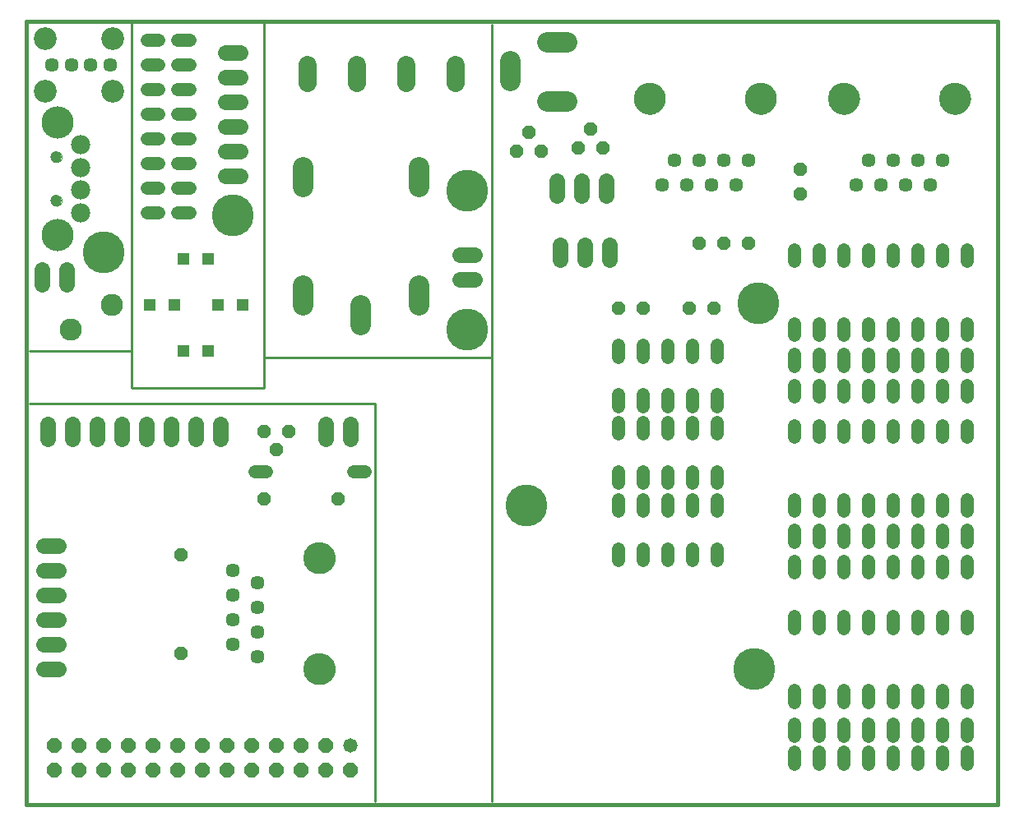
<source format=gbs>
G75*
%MOIN*%
%OFA0B0*%
%FSLAX24Y24*%
%IPPOS*%
%LPD*%
%AMOC8*
5,1,8,0,0,1.08239X$1,22.5*
%
%ADD10C,0.0160*%
%ADD11C,0.0100*%
%ADD12C,0.0571*%
%ADD13C,0.0000*%
%ADD14C,0.1288*%
%ADD15OC8,0.0520*%
%ADD16C,0.0520*%
%ADD17C,0.0640*%
%ADD18C,0.0820*%
%ADD19C,0.0745*%
%ADD20C,0.0827*%
%ADD21C,0.0580*%
%ADD22OC8,0.0580*%
%ADD23C,0.0780*%
%ADD24C,0.1306*%
%ADD25C,0.0473*%
%ADD26C,0.0926*%
%ADD27C,0.0900*%
%ADD28R,0.0512X0.0512*%
%ADD29C,0.1700*%
D10*
X005898Y000275D02*
X005898Y032021D01*
X045268Y032021D01*
X045268Y000275D01*
X005898Y000275D01*
D11*
X020023Y000400D02*
X020023Y016525D01*
X006023Y016525D01*
X006023Y018650D02*
X010148Y018650D01*
X010148Y017150D01*
X015523Y017150D01*
X015523Y018400D01*
X024773Y018400D01*
X024773Y031900D01*
X015523Y032025D02*
X015523Y018400D01*
X010148Y018650D02*
X010148Y032025D01*
X024773Y018400D02*
X024773Y000400D01*
D12*
X015273Y006275D03*
X014273Y006775D03*
X015273Y007275D03*
X014273Y007775D03*
X015273Y008275D03*
X014273Y008775D03*
X015273Y009275D03*
X014273Y009775D03*
X031648Y025400D03*
X032648Y025400D03*
X033648Y025400D03*
X034648Y025400D03*
X035148Y026400D03*
X034148Y026400D03*
X033148Y026400D03*
X032148Y026400D03*
X039523Y025400D03*
X040523Y025400D03*
X041523Y025400D03*
X042523Y025400D03*
X043023Y026400D03*
X042023Y026400D03*
X041023Y026400D03*
X040023Y026400D03*
X009297Y030275D03*
X008510Y030275D03*
X007723Y030275D03*
X006935Y030275D03*
D13*
X006892Y026536D02*
X006894Y026565D01*
X006900Y026593D01*
X006909Y026621D01*
X006922Y026647D01*
X006939Y026670D01*
X006958Y026692D01*
X006980Y026711D01*
X007005Y026726D01*
X007031Y026739D01*
X007059Y026747D01*
X007087Y026752D01*
X007116Y026753D01*
X007145Y026750D01*
X007173Y026743D01*
X007200Y026733D01*
X007226Y026719D01*
X007249Y026702D01*
X007270Y026682D01*
X007288Y026659D01*
X007303Y026634D01*
X007314Y026607D01*
X007322Y026579D01*
X007326Y026550D01*
X007326Y026522D01*
X007322Y026493D01*
X007314Y026465D01*
X007303Y026438D01*
X007288Y026413D01*
X007270Y026390D01*
X007249Y026370D01*
X007226Y026353D01*
X007200Y026339D01*
X007173Y026329D01*
X007145Y026322D01*
X007116Y026319D01*
X007087Y026320D01*
X007059Y026325D01*
X007031Y026333D01*
X007005Y026346D01*
X006980Y026361D01*
X006958Y026380D01*
X006939Y026402D01*
X006922Y026425D01*
X006909Y026451D01*
X006900Y026479D01*
X006894Y026507D01*
X006892Y026536D01*
X006892Y024764D02*
X006894Y024793D01*
X006900Y024821D01*
X006909Y024849D01*
X006922Y024875D01*
X006939Y024898D01*
X006958Y024920D01*
X006980Y024939D01*
X007005Y024954D01*
X007031Y024967D01*
X007059Y024975D01*
X007087Y024980D01*
X007116Y024981D01*
X007145Y024978D01*
X007173Y024971D01*
X007200Y024961D01*
X007226Y024947D01*
X007249Y024930D01*
X007270Y024910D01*
X007288Y024887D01*
X007303Y024862D01*
X007314Y024835D01*
X007322Y024807D01*
X007326Y024778D01*
X007326Y024750D01*
X007322Y024721D01*
X007314Y024693D01*
X007303Y024666D01*
X007288Y024641D01*
X007270Y024618D01*
X007249Y024598D01*
X007226Y024581D01*
X007200Y024567D01*
X007173Y024557D01*
X007145Y024550D01*
X007116Y024547D01*
X007087Y024548D01*
X007059Y024553D01*
X007031Y024561D01*
X007005Y024574D01*
X006980Y024589D01*
X006958Y024608D01*
X006939Y024630D01*
X006922Y024653D01*
X006909Y024679D01*
X006900Y024707D01*
X006894Y024735D01*
X006892Y024764D01*
X017149Y010275D02*
X017151Y010325D01*
X017157Y010374D01*
X017167Y010422D01*
X017180Y010470D01*
X017198Y010517D01*
X017219Y010562D01*
X017243Y010605D01*
X017271Y010646D01*
X017302Y010684D01*
X017336Y010721D01*
X017373Y010754D01*
X017412Y010784D01*
X017454Y010811D01*
X017497Y010835D01*
X017543Y010855D01*
X017590Y010871D01*
X017638Y010884D01*
X017686Y010893D01*
X017736Y010898D01*
X017785Y010899D01*
X017835Y010896D01*
X017884Y010889D01*
X017933Y010878D01*
X017980Y010864D01*
X018026Y010845D01*
X018071Y010823D01*
X018113Y010798D01*
X018154Y010769D01*
X018192Y010738D01*
X018227Y010703D01*
X018260Y010665D01*
X018289Y010626D01*
X018315Y010583D01*
X018338Y010539D01*
X018357Y010494D01*
X018373Y010446D01*
X018385Y010398D01*
X018393Y010349D01*
X018397Y010300D01*
X018397Y010250D01*
X018393Y010201D01*
X018385Y010152D01*
X018373Y010104D01*
X018357Y010056D01*
X018338Y010011D01*
X018315Y009967D01*
X018289Y009924D01*
X018260Y009885D01*
X018227Y009847D01*
X018192Y009812D01*
X018154Y009781D01*
X018113Y009752D01*
X018071Y009727D01*
X018026Y009705D01*
X017980Y009686D01*
X017933Y009672D01*
X017884Y009661D01*
X017835Y009654D01*
X017785Y009651D01*
X017736Y009652D01*
X017686Y009657D01*
X017638Y009666D01*
X017590Y009679D01*
X017543Y009695D01*
X017497Y009715D01*
X017454Y009739D01*
X017412Y009766D01*
X017373Y009796D01*
X017336Y009829D01*
X017302Y009866D01*
X017271Y009904D01*
X017243Y009945D01*
X017219Y009988D01*
X017198Y010033D01*
X017180Y010080D01*
X017167Y010128D01*
X017157Y010176D01*
X017151Y010225D01*
X017149Y010275D01*
X017149Y005775D02*
X017151Y005825D01*
X017157Y005874D01*
X017167Y005922D01*
X017180Y005970D01*
X017198Y006017D01*
X017219Y006062D01*
X017243Y006105D01*
X017271Y006146D01*
X017302Y006184D01*
X017336Y006221D01*
X017373Y006254D01*
X017412Y006284D01*
X017454Y006311D01*
X017497Y006335D01*
X017543Y006355D01*
X017590Y006371D01*
X017638Y006384D01*
X017686Y006393D01*
X017736Y006398D01*
X017785Y006399D01*
X017835Y006396D01*
X017884Y006389D01*
X017933Y006378D01*
X017980Y006364D01*
X018026Y006345D01*
X018071Y006323D01*
X018113Y006298D01*
X018154Y006269D01*
X018192Y006238D01*
X018227Y006203D01*
X018260Y006165D01*
X018289Y006126D01*
X018315Y006083D01*
X018338Y006039D01*
X018357Y005994D01*
X018373Y005946D01*
X018385Y005898D01*
X018393Y005849D01*
X018397Y005800D01*
X018397Y005750D01*
X018393Y005701D01*
X018385Y005652D01*
X018373Y005604D01*
X018357Y005556D01*
X018338Y005511D01*
X018315Y005467D01*
X018289Y005424D01*
X018260Y005385D01*
X018227Y005347D01*
X018192Y005312D01*
X018154Y005281D01*
X018113Y005252D01*
X018071Y005227D01*
X018026Y005205D01*
X017980Y005186D01*
X017933Y005172D01*
X017884Y005161D01*
X017835Y005154D01*
X017785Y005151D01*
X017736Y005152D01*
X017686Y005157D01*
X017638Y005166D01*
X017590Y005179D01*
X017543Y005195D01*
X017497Y005215D01*
X017454Y005239D01*
X017412Y005266D01*
X017373Y005296D01*
X017336Y005329D01*
X017302Y005366D01*
X017271Y005404D01*
X017243Y005445D01*
X017219Y005488D01*
X017198Y005533D01*
X017180Y005580D01*
X017167Y005628D01*
X017157Y005676D01*
X017151Y005725D01*
X017149Y005775D01*
X030524Y028900D02*
X030526Y028950D01*
X030532Y028999D01*
X030542Y029047D01*
X030555Y029095D01*
X030573Y029142D01*
X030594Y029187D01*
X030618Y029230D01*
X030646Y029271D01*
X030677Y029309D01*
X030711Y029346D01*
X030748Y029379D01*
X030787Y029409D01*
X030829Y029436D01*
X030872Y029460D01*
X030918Y029480D01*
X030965Y029496D01*
X031013Y029509D01*
X031061Y029518D01*
X031111Y029523D01*
X031160Y029524D01*
X031210Y029521D01*
X031259Y029514D01*
X031308Y029503D01*
X031355Y029489D01*
X031401Y029470D01*
X031446Y029448D01*
X031488Y029423D01*
X031529Y029394D01*
X031567Y029363D01*
X031602Y029328D01*
X031635Y029290D01*
X031664Y029251D01*
X031690Y029208D01*
X031713Y029164D01*
X031732Y029119D01*
X031748Y029071D01*
X031760Y029023D01*
X031768Y028974D01*
X031772Y028925D01*
X031772Y028875D01*
X031768Y028826D01*
X031760Y028777D01*
X031748Y028729D01*
X031732Y028681D01*
X031713Y028636D01*
X031690Y028592D01*
X031664Y028549D01*
X031635Y028510D01*
X031602Y028472D01*
X031567Y028437D01*
X031529Y028406D01*
X031488Y028377D01*
X031446Y028352D01*
X031401Y028330D01*
X031355Y028311D01*
X031308Y028297D01*
X031259Y028286D01*
X031210Y028279D01*
X031160Y028276D01*
X031111Y028277D01*
X031061Y028282D01*
X031013Y028291D01*
X030965Y028304D01*
X030918Y028320D01*
X030872Y028340D01*
X030829Y028364D01*
X030787Y028391D01*
X030748Y028421D01*
X030711Y028454D01*
X030677Y028491D01*
X030646Y028529D01*
X030618Y028570D01*
X030594Y028613D01*
X030573Y028658D01*
X030555Y028705D01*
X030542Y028753D01*
X030532Y028801D01*
X030526Y028850D01*
X030524Y028900D01*
X035024Y028900D02*
X035026Y028950D01*
X035032Y028999D01*
X035042Y029047D01*
X035055Y029095D01*
X035073Y029142D01*
X035094Y029187D01*
X035118Y029230D01*
X035146Y029271D01*
X035177Y029309D01*
X035211Y029346D01*
X035248Y029379D01*
X035287Y029409D01*
X035329Y029436D01*
X035372Y029460D01*
X035418Y029480D01*
X035465Y029496D01*
X035513Y029509D01*
X035561Y029518D01*
X035611Y029523D01*
X035660Y029524D01*
X035710Y029521D01*
X035759Y029514D01*
X035808Y029503D01*
X035855Y029489D01*
X035901Y029470D01*
X035946Y029448D01*
X035988Y029423D01*
X036029Y029394D01*
X036067Y029363D01*
X036102Y029328D01*
X036135Y029290D01*
X036164Y029251D01*
X036190Y029208D01*
X036213Y029164D01*
X036232Y029119D01*
X036248Y029071D01*
X036260Y029023D01*
X036268Y028974D01*
X036272Y028925D01*
X036272Y028875D01*
X036268Y028826D01*
X036260Y028777D01*
X036248Y028729D01*
X036232Y028681D01*
X036213Y028636D01*
X036190Y028592D01*
X036164Y028549D01*
X036135Y028510D01*
X036102Y028472D01*
X036067Y028437D01*
X036029Y028406D01*
X035988Y028377D01*
X035946Y028352D01*
X035901Y028330D01*
X035855Y028311D01*
X035808Y028297D01*
X035759Y028286D01*
X035710Y028279D01*
X035660Y028276D01*
X035611Y028277D01*
X035561Y028282D01*
X035513Y028291D01*
X035465Y028304D01*
X035418Y028320D01*
X035372Y028340D01*
X035329Y028364D01*
X035287Y028391D01*
X035248Y028421D01*
X035211Y028454D01*
X035177Y028491D01*
X035146Y028529D01*
X035118Y028570D01*
X035094Y028613D01*
X035073Y028658D01*
X035055Y028705D01*
X035042Y028753D01*
X035032Y028801D01*
X035026Y028850D01*
X035024Y028900D01*
X038399Y028900D02*
X038401Y028950D01*
X038407Y028999D01*
X038417Y029047D01*
X038430Y029095D01*
X038448Y029142D01*
X038469Y029187D01*
X038493Y029230D01*
X038521Y029271D01*
X038552Y029309D01*
X038586Y029346D01*
X038623Y029379D01*
X038662Y029409D01*
X038704Y029436D01*
X038747Y029460D01*
X038793Y029480D01*
X038840Y029496D01*
X038888Y029509D01*
X038936Y029518D01*
X038986Y029523D01*
X039035Y029524D01*
X039085Y029521D01*
X039134Y029514D01*
X039183Y029503D01*
X039230Y029489D01*
X039276Y029470D01*
X039321Y029448D01*
X039363Y029423D01*
X039404Y029394D01*
X039442Y029363D01*
X039477Y029328D01*
X039510Y029290D01*
X039539Y029251D01*
X039565Y029208D01*
X039588Y029164D01*
X039607Y029119D01*
X039623Y029071D01*
X039635Y029023D01*
X039643Y028974D01*
X039647Y028925D01*
X039647Y028875D01*
X039643Y028826D01*
X039635Y028777D01*
X039623Y028729D01*
X039607Y028681D01*
X039588Y028636D01*
X039565Y028592D01*
X039539Y028549D01*
X039510Y028510D01*
X039477Y028472D01*
X039442Y028437D01*
X039404Y028406D01*
X039363Y028377D01*
X039321Y028352D01*
X039276Y028330D01*
X039230Y028311D01*
X039183Y028297D01*
X039134Y028286D01*
X039085Y028279D01*
X039035Y028276D01*
X038986Y028277D01*
X038936Y028282D01*
X038888Y028291D01*
X038840Y028304D01*
X038793Y028320D01*
X038747Y028340D01*
X038704Y028364D01*
X038662Y028391D01*
X038623Y028421D01*
X038586Y028454D01*
X038552Y028491D01*
X038521Y028529D01*
X038493Y028570D01*
X038469Y028613D01*
X038448Y028658D01*
X038430Y028705D01*
X038417Y028753D01*
X038407Y028801D01*
X038401Y028850D01*
X038399Y028900D01*
X042899Y028900D02*
X042901Y028950D01*
X042907Y028999D01*
X042917Y029047D01*
X042930Y029095D01*
X042948Y029142D01*
X042969Y029187D01*
X042993Y029230D01*
X043021Y029271D01*
X043052Y029309D01*
X043086Y029346D01*
X043123Y029379D01*
X043162Y029409D01*
X043204Y029436D01*
X043247Y029460D01*
X043293Y029480D01*
X043340Y029496D01*
X043388Y029509D01*
X043436Y029518D01*
X043486Y029523D01*
X043535Y029524D01*
X043585Y029521D01*
X043634Y029514D01*
X043683Y029503D01*
X043730Y029489D01*
X043776Y029470D01*
X043821Y029448D01*
X043863Y029423D01*
X043904Y029394D01*
X043942Y029363D01*
X043977Y029328D01*
X044010Y029290D01*
X044039Y029251D01*
X044065Y029208D01*
X044088Y029164D01*
X044107Y029119D01*
X044123Y029071D01*
X044135Y029023D01*
X044143Y028974D01*
X044147Y028925D01*
X044147Y028875D01*
X044143Y028826D01*
X044135Y028777D01*
X044123Y028729D01*
X044107Y028681D01*
X044088Y028636D01*
X044065Y028592D01*
X044039Y028549D01*
X044010Y028510D01*
X043977Y028472D01*
X043942Y028437D01*
X043904Y028406D01*
X043863Y028377D01*
X043821Y028352D01*
X043776Y028330D01*
X043730Y028311D01*
X043683Y028297D01*
X043634Y028286D01*
X043585Y028279D01*
X043535Y028276D01*
X043486Y028277D01*
X043436Y028282D01*
X043388Y028291D01*
X043340Y028304D01*
X043293Y028320D01*
X043247Y028340D01*
X043204Y028364D01*
X043162Y028391D01*
X043123Y028421D01*
X043086Y028454D01*
X043052Y028491D01*
X043021Y028529D01*
X042993Y028570D01*
X042969Y028613D01*
X042948Y028658D01*
X042930Y028705D01*
X042917Y028753D01*
X042907Y028801D01*
X042901Y028850D01*
X042899Y028900D01*
D14*
X043523Y028900D03*
X039023Y028900D03*
X035648Y028900D03*
X031148Y028900D03*
X017773Y010275D03*
X017773Y005775D03*
D15*
X012148Y006400D03*
X012148Y010400D03*
X015523Y012650D03*
X016023Y014650D03*
X016523Y015400D03*
X015523Y015400D03*
X018523Y012650D03*
X029898Y020400D03*
X030898Y020400D03*
X032773Y020400D03*
X033773Y020400D03*
X034148Y023025D03*
X035148Y023025D03*
X033148Y023025D03*
X037273Y025025D03*
X037273Y026025D03*
X029273Y026900D03*
X028773Y027650D03*
X028273Y026900D03*
X026773Y026775D03*
X026273Y027525D03*
X025773Y026775D03*
D16*
X029898Y018890D02*
X029898Y018410D01*
X030898Y018410D02*
X030898Y018890D01*
X031898Y018890D02*
X031898Y018410D01*
X032898Y018410D02*
X032898Y018890D01*
X033898Y018890D02*
X033898Y018410D01*
X033898Y016890D02*
X033898Y016410D01*
X033898Y015765D02*
X033898Y015285D01*
X032898Y015285D02*
X032898Y015765D01*
X032898Y016410D02*
X032898Y016890D01*
X031898Y016890D02*
X031898Y016410D01*
X031898Y015765D02*
X031898Y015285D01*
X030898Y015285D02*
X030898Y015765D01*
X030898Y016410D02*
X030898Y016890D01*
X029898Y016890D02*
X029898Y016410D01*
X029898Y015765D02*
X029898Y015285D01*
X029898Y013765D02*
X029898Y013285D01*
X029898Y012640D02*
X029898Y012160D01*
X030898Y012160D02*
X030898Y012640D01*
X030898Y013285D02*
X030898Y013765D01*
X031898Y013765D02*
X031898Y013285D01*
X031898Y012640D02*
X031898Y012160D01*
X032898Y012160D02*
X032898Y012640D01*
X032898Y013285D02*
X032898Y013765D01*
X033898Y013765D02*
X033898Y013285D01*
X033898Y012640D02*
X033898Y012160D01*
X033898Y010640D02*
X033898Y010160D01*
X032898Y010160D02*
X032898Y010640D01*
X031898Y010640D02*
X031898Y010160D01*
X030898Y010160D02*
X030898Y010640D01*
X029898Y010640D02*
X029898Y010160D01*
X037023Y010140D02*
X037023Y009660D01*
X038023Y009660D02*
X038023Y010140D01*
X038023Y010910D02*
X038023Y011390D01*
X038023Y012160D02*
X038023Y012640D01*
X039023Y012640D02*
X039023Y012160D01*
X039023Y011390D02*
X039023Y010910D01*
X039023Y010140D02*
X039023Y009660D01*
X040023Y009660D02*
X040023Y010140D01*
X040023Y010910D02*
X040023Y011390D01*
X040023Y012160D02*
X040023Y012640D01*
X041023Y012640D02*
X041023Y012160D01*
X041023Y011390D02*
X041023Y010910D01*
X041023Y010140D02*
X041023Y009660D01*
X042023Y009660D02*
X042023Y010140D01*
X042023Y010910D02*
X042023Y011390D01*
X042023Y012160D02*
X042023Y012640D01*
X043023Y012640D02*
X043023Y012160D01*
X043023Y011390D02*
X043023Y010910D01*
X043023Y010140D02*
X043023Y009660D01*
X044023Y009660D02*
X044023Y010140D01*
X044023Y010910D02*
X044023Y011390D01*
X044023Y012160D02*
X044023Y012640D01*
X044023Y015160D02*
X044023Y015640D01*
X043023Y015640D02*
X043023Y015160D01*
X042023Y015160D02*
X042023Y015640D01*
X041023Y015640D02*
X041023Y015160D01*
X040023Y015160D02*
X040023Y015640D01*
X039023Y015640D02*
X039023Y015160D01*
X038023Y015160D02*
X038023Y015640D01*
X037023Y015640D02*
X037023Y015160D01*
X037023Y016785D02*
X037023Y017265D01*
X037023Y018035D02*
X037023Y018515D01*
X038023Y018515D02*
X038023Y018035D01*
X038023Y017265D02*
X038023Y016785D01*
X039023Y016785D02*
X039023Y017265D01*
X039023Y018035D02*
X039023Y018515D01*
X039023Y019285D02*
X039023Y019765D01*
X038023Y019765D02*
X038023Y019285D01*
X037023Y019285D02*
X037023Y019765D01*
X037023Y022285D02*
X037023Y022765D01*
X038023Y022765D02*
X038023Y022285D01*
X039023Y022285D02*
X039023Y022765D01*
X040023Y022765D02*
X040023Y022285D01*
X041023Y022285D02*
X041023Y022765D01*
X042023Y022765D02*
X042023Y022285D01*
X043023Y022285D02*
X043023Y022765D01*
X044023Y022765D02*
X044023Y022285D01*
X044023Y019765D02*
X044023Y019285D01*
X043023Y019285D02*
X043023Y019765D01*
X042023Y019765D02*
X042023Y019285D01*
X041023Y019285D02*
X041023Y019765D01*
X040023Y019765D02*
X040023Y019285D01*
X040023Y018515D02*
X040023Y018035D01*
X040023Y017265D02*
X040023Y016785D01*
X041023Y016785D02*
X041023Y017265D01*
X041023Y018035D02*
X041023Y018515D01*
X042023Y018515D02*
X042023Y018035D01*
X042023Y017265D02*
X042023Y016785D01*
X043023Y016785D02*
X043023Y017265D01*
X043023Y018035D02*
X043023Y018515D01*
X044023Y018515D02*
X044023Y018035D01*
X044023Y017265D02*
X044023Y016785D01*
X037023Y012640D02*
X037023Y012160D01*
X037023Y011390D02*
X037023Y010910D01*
X037023Y007890D02*
X037023Y007410D01*
X038023Y007410D02*
X038023Y007890D01*
X039023Y007890D02*
X039023Y007410D01*
X040023Y007410D02*
X040023Y007890D01*
X041023Y007890D02*
X041023Y007410D01*
X042023Y007410D02*
X042023Y007890D01*
X043023Y007890D02*
X043023Y007410D01*
X044023Y007410D02*
X044023Y007890D01*
X044023Y004890D02*
X044023Y004410D01*
X044023Y003515D02*
X044023Y003035D01*
X044023Y002390D02*
X044023Y001910D01*
X043023Y001910D02*
X043023Y002390D01*
X043023Y003035D02*
X043023Y003515D01*
X043023Y004410D02*
X043023Y004890D01*
X042023Y004890D02*
X042023Y004410D01*
X042023Y003515D02*
X042023Y003035D01*
X042023Y002390D02*
X042023Y001910D01*
X041023Y001910D02*
X041023Y002390D01*
X041023Y003035D02*
X041023Y003515D01*
X041023Y004410D02*
X041023Y004890D01*
X040023Y004890D02*
X040023Y004410D01*
X040023Y003515D02*
X040023Y003035D01*
X040023Y002390D02*
X040023Y001910D01*
X039023Y001910D02*
X039023Y002390D01*
X039023Y003035D02*
X039023Y003515D01*
X039023Y004410D02*
X039023Y004890D01*
X038023Y004890D02*
X038023Y004410D01*
X038023Y003515D02*
X038023Y003035D01*
X038023Y002390D02*
X038023Y001910D01*
X037023Y001910D02*
X037023Y002390D01*
X037023Y003035D02*
X037023Y003515D01*
X037023Y004410D02*
X037023Y004890D01*
X019638Y013775D02*
X019158Y013775D01*
X015638Y013775D02*
X015158Y013775D01*
X012513Y024275D02*
X012033Y024275D01*
X011263Y024275D02*
X010783Y024275D01*
X010783Y025275D02*
X011263Y025275D01*
X012033Y025275D02*
X012513Y025275D01*
X012513Y026275D02*
X012033Y026275D01*
X011263Y026275D02*
X010783Y026275D01*
X010783Y027275D02*
X011263Y027275D01*
X012033Y027275D02*
X012513Y027275D01*
X012513Y028275D02*
X012033Y028275D01*
X011263Y028275D02*
X010783Y028275D01*
X010783Y029275D02*
X011263Y029275D01*
X012033Y029275D02*
X012513Y029275D01*
X012513Y030275D02*
X012033Y030275D01*
X011263Y030275D02*
X010783Y030275D01*
X010783Y031275D02*
X011263Y031275D01*
X012033Y031275D02*
X012513Y031275D01*
D17*
X013973Y030775D02*
X014573Y030775D01*
X014573Y029775D02*
X013973Y029775D01*
X013973Y028775D02*
X014573Y028775D01*
X014573Y027775D02*
X013973Y027775D01*
X013973Y026775D02*
X014573Y026775D01*
X014573Y025775D02*
X013973Y025775D01*
X007523Y021950D02*
X007523Y021350D01*
X006523Y021350D02*
X006523Y021950D01*
X006773Y015700D02*
X006773Y015100D01*
X007773Y015100D02*
X007773Y015700D01*
X008773Y015700D02*
X008773Y015100D01*
X009773Y015100D02*
X009773Y015700D01*
X010773Y015700D02*
X010773Y015100D01*
X011773Y015100D02*
X011773Y015700D01*
X012773Y015700D02*
X012773Y015100D01*
X013773Y015100D02*
X013773Y015700D01*
X018023Y015700D02*
X018023Y015100D01*
X019023Y015100D02*
X019023Y015700D01*
X023471Y021570D02*
X024071Y021570D01*
X024071Y022570D02*
X023471Y022570D01*
X027523Y022350D02*
X027523Y022950D01*
X028523Y022950D02*
X028523Y022350D01*
X029523Y022350D02*
X029523Y022950D01*
X029398Y024975D02*
X029398Y025575D01*
X028398Y025575D02*
X028398Y024975D01*
X027398Y024975D02*
X027398Y025575D01*
X007198Y010775D02*
X006598Y010775D01*
X006598Y009775D02*
X007198Y009775D01*
X007198Y008775D02*
X006598Y008775D01*
X006598Y007775D02*
X007198Y007775D01*
X007198Y006775D02*
X006598Y006775D01*
X006598Y005775D02*
X007198Y005775D01*
D18*
X019444Y019741D02*
X019444Y020521D01*
X017094Y020541D02*
X017094Y021321D01*
X021794Y021321D02*
X021794Y020541D01*
X021794Y025341D02*
X021794Y026121D01*
X017094Y026121D02*
X017094Y025341D01*
D19*
X017302Y029544D02*
X017302Y030249D01*
X019302Y030249D02*
X019302Y029544D01*
X021302Y029544D02*
X021302Y030249D01*
X023302Y030249D02*
X023302Y029544D01*
D20*
X025508Y029631D02*
X025508Y030419D01*
X027004Y031206D02*
X027792Y031206D01*
X027792Y028805D02*
X027004Y028805D01*
D21*
X019023Y002650D03*
D22*
X018023Y002650D03*
X017023Y002650D03*
X016023Y002650D03*
X015023Y002650D03*
X015023Y001650D03*
X016023Y001650D03*
X017023Y001650D03*
X018023Y001650D03*
X019023Y001650D03*
X014023Y001650D03*
X013023Y001650D03*
X012023Y001650D03*
X011023Y001650D03*
X010023Y001650D03*
X010023Y002650D03*
X011023Y002650D03*
X012023Y002650D03*
X013023Y002650D03*
X014023Y002650D03*
X009023Y002650D03*
X008023Y002650D03*
X007023Y002650D03*
X007023Y001650D03*
X008023Y001650D03*
X009023Y001650D03*
D23*
X008093Y024272D03*
X008093Y025206D03*
X008093Y026094D03*
X008093Y027028D03*
D24*
X007148Y027933D03*
X007148Y023367D03*
D25*
X007109Y024764D03*
X007109Y026536D03*
D26*
X006648Y029204D03*
X006648Y031346D03*
X009404Y031346D03*
X009404Y029204D03*
D27*
X009365Y020525D03*
X007681Y019525D03*
D28*
X010898Y020525D03*
X011898Y020525D03*
X013648Y020525D03*
X014648Y020525D03*
X013273Y018650D03*
X012273Y018650D03*
X012273Y022400D03*
X013273Y022400D03*
D29*
X014273Y024150D03*
X009023Y022650D03*
X023773Y025150D03*
X023773Y019525D03*
X026148Y012400D03*
X035398Y005775D03*
X035547Y020605D03*
M02*

</source>
